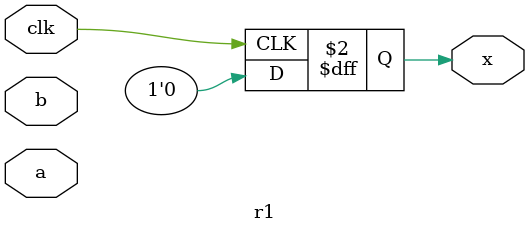
<source format=v>
module gld(input clk,a,b,output reg x) ;
    wire w0,w1,w2 ;
    g1 U0(.clk(clk),.a(1'b0),.b(  b ),.x(w0)); // w0 = 0 & b = 0 ;
    g1 U1(.clk(clk),.a(  a ),.b(1'b0),.x(w1)); // w1 = a & 0 = 0 ;
    g1 U2(.clk(clk),.a(  a ),.b(  b ),.x(w2)); // w2 is not used. ;
    always @(posedge clk) x <= (((w0 ^ w1) | a) | b) ; // x = a | b ;
endmodule
module g1(input clk,a,b,output reg x);
    always @(posedge clk) x <= a & b ;
endmodule // g1
// so r1 can be empty.
module rvs(input clk,a,b,output reg x) ;
    wire w0,w1,w2 ;
    r1 U0(.clk(clk),.a(1'b0),.b(  b ),.x(w0)); // w0 = 0 & b = 0 ;
    r1 U1(.clk(clk),.a(  a ),.b(1'b0),.x(w1)); // w1 = a & 0 = 0 ;
    r1 U2(.clk(clk),.a(  a ),.b(  b ),.x(w2)); // w2 is not used. ;
    always @(posedge clk) x <= (((w0 ^ w1) | a) | b) ; // x = a | b ;
endmodule
module r1(input clk,a,b,output reg x);
    always @(posedge clk) x <= 1'b0 ;
endmodule // rvs



</source>
